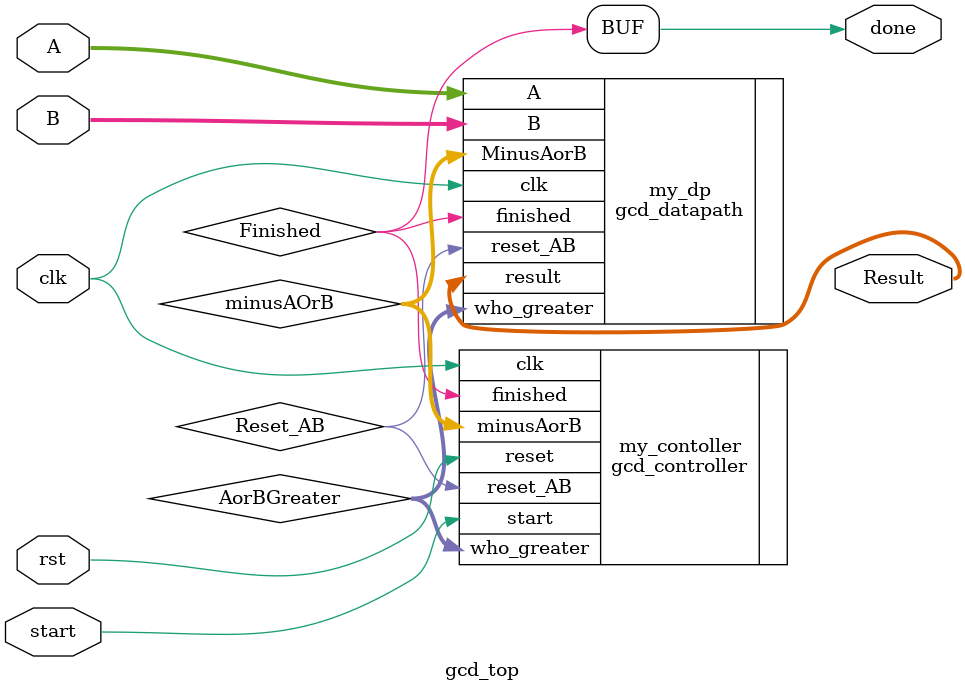
<source format=v>
module gcd_top (
	input clk,
	input rst,
	input start,
	input [9:0] A,
	input [9:0] B,
	output reg [9:0] Result,
	output reg done
);
	wire [1:0] minusAOrB,AorBGreater;
	wire Finished,Reset_AB;
	gcd_controller my_contoller(
		.clk(clk),
		.reset(rst),
		.start(start),
		.who_greater(AorBGreater),
		.minusAorB(minusAOrB),
		.finished(Finished),
		.reset_AB(Reset_AB)
	);
	assign done = Finished;
	gcd_datapath my_dp(
		.clk(clk),
		.A(A),
		.B(B),
		.result(Result),
		.MinusAorB(minusAOrB),
		.who_greater(AorBGreater),
		.finished(Finished),
		.reset_AB(Reset_AB)

	);
endmodule
</source>
